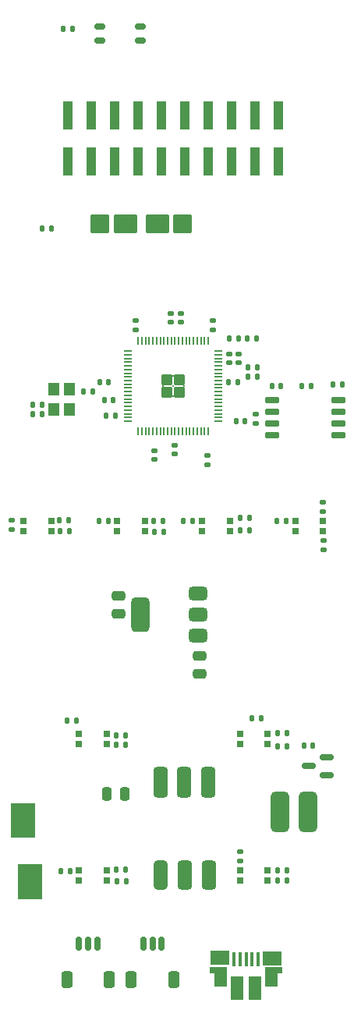
<source format=gbp>
G04 #@! TF.GenerationSoftware,KiCad,Pcbnew,8.0.4*
G04 #@! TF.CreationDate,2024-10-09T19:51:01+11:00*
G04 #@! TF.ProjectId,nokia,6e6f6b69-612e-46b6-9963-61645f706362,rev?*
G04 #@! TF.SameCoordinates,Original*
G04 #@! TF.FileFunction,Paste,Bot*
G04 #@! TF.FilePolarity,Positive*
%FSLAX46Y46*%
G04 Gerber Fmt 4.6, Leading zero omitted, Abs format (unit mm)*
G04 Created by KiCad (PCBNEW 8.0.4) date 2024-10-09 19:51:01*
%MOMM*%
%LPD*%
G01*
G04 APERTURE LIST*
G04 Aperture macros list*
%AMRoundRect*
0 Rectangle with rounded corners*
0 $1 Rounding radius*
0 $2 $3 $4 $5 $6 $7 $8 $9 X,Y pos of 4 corners*
0 Add a 4 corners polygon primitive as box body*
4,1,4,$2,$3,$4,$5,$6,$7,$8,$9,$2,$3,0*
0 Add four circle primitives for the rounded corners*
1,1,$1+$1,$2,$3*
1,1,$1+$1,$4,$5*
1,1,$1+$1,$6,$7*
1,1,$1+$1,$8,$9*
0 Add four rect primitives between the rounded corners*
20,1,$1+$1,$2,$3,$4,$5,0*
20,1,$1+$1,$4,$5,$6,$7,0*
20,1,$1+$1,$6,$7,$8,$9,0*
20,1,$1+$1,$8,$9,$2,$3,0*%
%AMFreePoly0*
4,1,17,1.239561,1.918663,1.288452,1.862240,1.300426,1.807198,1.300426,-1.628440,1.279392,-1.700074,1.222969,-1.748965,1.167927,-1.760939,-1.241481,-1.760939,-1.313115,-1.739905,-1.362006,-1.683482,-1.373980,-1.628440,-1.373980,1.807198,-1.352946,1.878832,-1.296523,1.927723,-1.241481,1.939697,1.167927,1.939697,1.239561,1.918663,1.239561,1.918663,$1*%
%AMFreePoly1*
4,1,21,1.481047,1.611465,1.529938,1.555042,1.541912,1.500000,1.541912,-2.069488,1.520878,-2.141122,1.464455,-2.190013,1.409413,-2.201987,-1.000000,-2.201987,-1.071634,-2.180953,-1.120525,-2.124530,-1.132499,-2.069488,-1.132499,-0.453074,-1.143000,-0.381000,-1.143000,0.381000,-1.132499,0.453074,-1.132499,1.500000,-1.111465,1.571634,-1.055042,1.620525,-1.000000,1.632499,1.409413,1.632499,
1.481047,1.611465,1.481047,1.611465,$1*%
G04 Aperture macros list end*
%ADD10RoundRect,0.250000X0.475000X-0.250000X0.475000X0.250000X-0.475000X0.250000X-0.475000X-0.250000X0*%
%ADD11RoundRect,0.150000X0.650000X0.150000X-0.650000X0.150000X-0.650000X-0.150000X0.650000X-0.150000X0*%
%ADD12RoundRect,0.135000X-0.135000X-0.185000X0.135000X-0.185000X0.135000X0.185000X-0.135000X0.185000X0*%
%ADD13RoundRect,0.135000X0.135000X0.185000X-0.135000X0.185000X-0.135000X-0.185000X0.135000X-0.185000X0*%
%ADD14RoundRect,0.150000X0.150000X0.625000X-0.150000X0.625000X-0.150000X-0.625000X0.150000X-0.625000X0*%
%ADD15RoundRect,0.250000X0.350000X0.650000X-0.350000X0.650000X-0.350000X-0.650000X0.350000X-0.650000X0*%
%ADD16RoundRect,0.140000X-0.140000X-0.170000X0.140000X-0.170000X0.140000X0.170000X-0.140000X0.170000X0*%
%ADD17R,0.800000X0.700000*%
%ADD18RoundRect,0.140000X0.170000X-0.140000X0.170000X0.140000X-0.170000X0.140000X-0.170000X-0.140000X0*%
%ADD19RoundRect,0.150000X0.587500X0.150000X-0.587500X0.150000X-0.587500X-0.150000X0.587500X-0.150000X0*%
%ADD20RoundRect,0.250000X-0.475000X0.250000X-0.475000X-0.250000X0.475000X-0.250000X0.475000X0.250000X0*%
%ADD21FreePoly0,180.000000*%
%ADD22FreePoly1,180.000000*%
%ADD23RoundRect,0.250000X0.350000X-0.350000X0.350000X0.350000X-0.350000X0.350000X-0.350000X-0.350000X0*%
%ADD24RoundRect,0.055000X-0.055000X-0.335000X0.055000X-0.335000X0.055000X0.335000X-0.055000X0.335000X0*%
%ADD25RoundRect,0.055000X0.335000X-0.055000X0.335000X0.055000X-0.335000X0.055000X-0.335000X-0.055000X0*%
%ADD26R,0.133333X0.133333*%
%ADD27RoundRect,0.100000X0.900000X0.900000X-0.900000X0.900000X-0.900000X-0.900000X0.900000X-0.900000X0*%
%ADD28RoundRect,0.100000X1.150000X0.900000X-1.150000X0.900000X-1.150000X-0.900000X1.150000X-0.900000X0*%
%ADD29RoundRect,0.140000X0.140000X0.170000X-0.140000X0.170000X-0.140000X-0.170000X0.140000X-0.170000X0*%
%ADD30RoundRect,0.135000X-0.185000X0.135000X-0.185000X-0.135000X0.185000X-0.135000X0.185000X0.135000X0*%
%ADD31RoundRect,0.140000X-0.170000X0.140000X-0.170000X-0.140000X0.170000X-0.140000X0.170000X0.140000X0*%
%ADD32RoundRect,0.150000X0.421500X0.150000X-0.421500X0.150000X-0.421500X-0.150000X0.421500X-0.150000X0*%
%ADD33RoundRect,0.150000X0.446500X0.150000X-0.446500X0.150000X-0.446500X-0.150000X0.446500X-0.150000X0*%
%ADD34RoundRect,0.375000X0.625000X0.375000X-0.625000X0.375000X-0.625000X-0.375000X0.625000X-0.375000X0*%
%ADD35RoundRect,0.500000X0.500000X1.400000X-0.500000X1.400000X-0.500000X-1.400000X0.500000X-1.400000X0*%
%ADD36RoundRect,0.390500X0.390500X-1.281000X0.390500X1.281000X-0.390500X1.281000X-0.390500X-1.281000X0*%
%ADD37RoundRect,0.390500X0.390500X-1.181000X0.390500X1.181000X-0.390500X1.181000X-0.390500X-1.181000X0*%
%ADD38RoundRect,0.400000X0.400000X-1.171500X0.400000X1.171500X-0.400000X1.171500X-0.400000X-1.171500X0*%
%ADD39RoundRect,0.381000X0.381000X-1.190500X0.381000X1.190500X-0.381000X1.190500X-0.381000X-1.190500X0*%
%ADD40R,1.000000X3.150000*%
%ADD41RoundRect,0.500000X0.500000X1.700000X-0.500000X1.700000X-0.500000X-1.700000X0.500000X-1.700000X0*%
%ADD42R,0.400000X1.650000*%
%ADD43R,1.825000X0.700000*%
%ADD44R,2.000000X1.500000*%
%ADD45R,1.350000X2.000000*%
%ADD46R,1.430000X2.500000*%
%ADD47RoundRect,0.250000X0.250000X0.475000X-0.250000X0.475000X-0.250000X-0.475000X0.250000X-0.475000X0*%
%ADD48RoundRect,0.135000X0.185000X-0.135000X0.185000X0.135000X-0.185000X0.135000X-0.185000X-0.135000X0*%
%ADD49RoundRect,0.147500X0.147500X0.172500X-0.147500X0.172500X-0.147500X-0.172500X0.147500X-0.172500X0*%
%ADD50R,1.200000X1.400000*%
G04 APERTURE END LIST*
D10*
X36575000Y-84875000D03*
X36575000Y-82975000D03*
D11*
X60400000Y-61725000D03*
X60400000Y-62995000D03*
X60400000Y-64265000D03*
X60400000Y-65535000D03*
X53200000Y-65535000D03*
X53200000Y-64265000D03*
X53200000Y-62995000D03*
X53200000Y-61725000D03*
D12*
X49790000Y-75825000D03*
X50810000Y-75825000D03*
D13*
X31545000Y-21400000D03*
X30525000Y-21400000D03*
D14*
X41250000Y-120750000D03*
X40250000Y-120750000D03*
X39250000Y-120750000D03*
D15*
X42550000Y-124625000D03*
X37950000Y-124625000D03*
D14*
X34250000Y-120750000D03*
X33250000Y-120750000D03*
X32250000Y-120750000D03*
D15*
X35550000Y-124625000D03*
X30950000Y-124625000D03*
D16*
X48520000Y-59800000D03*
X49480000Y-59800000D03*
D13*
X50760000Y-74525000D03*
X49740000Y-74525000D03*
D12*
X36390000Y-113950000D03*
X37410000Y-113950000D03*
D13*
X54860000Y-112775000D03*
X53840000Y-112775000D03*
D12*
X59880000Y-60050000D03*
X60900000Y-60050000D03*
X30280000Y-112875000D03*
X31300000Y-112875000D03*
D17*
X52750000Y-113887500D03*
X49750000Y-113887500D03*
X52750000Y-112787500D03*
X49750000Y-112787500D03*
D18*
X38400000Y-54080000D03*
X38400000Y-53120000D03*
D19*
X59125000Y-100500000D03*
X59125000Y-102400000D03*
X57250000Y-101450000D03*
D18*
X43325000Y-53250000D03*
X43325000Y-52290000D03*
D12*
X53840000Y-99300000D03*
X54860000Y-99300000D03*
D13*
X51620000Y-59200000D03*
X50600000Y-59200000D03*
D18*
X42200000Y-53235000D03*
X42200000Y-52275000D03*
D20*
X45375000Y-89525000D03*
X45375000Y-91425000D03*
D21*
X26178713Y-107300000D03*
D22*
X27178713Y-114300000D03*
D13*
X54835000Y-97850000D03*
X53815000Y-97850000D03*
D16*
X28295000Y-43100000D03*
X29255000Y-43100000D03*
D23*
X41796500Y-60900000D03*
X43196500Y-60900000D03*
X41796500Y-59500000D03*
X43196500Y-59500000D03*
D24*
X46296500Y-65096500D03*
X45896500Y-65096500D03*
X45496500Y-65096500D03*
X45096500Y-65096500D03*
X44696500Y-65096500D03*
X44296500Y-65096500D03*
X43896500Y-65096500D03*
X43496500Y-65096500D03*
X43096500Y-65096500D03*
X42696500Y-65096500D03*
X42296500Y-65096500D03*
X41896500Y-65096500D03*
X41496500Y-65096500D03*
X41096500Y-65096500D03*
X40696500Y-65096500D03*
X40296500Y-65096500D03*
X39896500Y-65096500D03*
X39496500Y-65096500D03*
X39096500Y-65096500D03*
X38696500Y-65096500D03*
D25*
X37600000Y-64000000D03*
X37600000Y-63600000D03*
X37600000Y-63200000D03*
X37600000Y-62800000D03*
X37600000Y-62400000D03*
X37600000Y-62000000D03*
X37600000Y-61600000D03*
X37600000Y-61200000D03*
X37600000Y-60800000D03*
X37600000Y-60400000D03*
X37600000Y-60000000D03*
X37600000Y-59600000D03*
X37600000Y-59200000D03*
X37600000Y-58800000D03*
X37600000Y-58400000D03*
X37600000Y-58000000D03*
X37600000Y-57600000D03*
X37600000Y-57200000D03*
X37600000Y-56800000D03*
X37600000Y-56400000D03*
D24*
X38696500Y-55303500D03*
X39096500Y-55303500D03*
X39496500Y-55303500D03*
X39896500Y-55303500D03*
X40296500Y-55303500D03*
X40696500Y-55303500D03*
X41096500Y-55303500D03*
X41496500Y-55303500D03*
X41896500Y-55303500D03*
X42296500Y-55303500D03*
X42696500Y-55303500D03*
X43096500Y-55303500D03*
X43496500Y-55303500D03*
X43896500Y-55303500D03*
X44296500Y-55303500D03*
X44696500Y-55303500D03*
X45096500Y-55303500D03*
X45496500Y-55303500D03*
X45896500Y-55303500D03*
X46296500Y-55303500D03*
D25*
X47393000Y-56400000D03*
X47393000Y-56800000D03*
X47393000Y-57200000D03*
X47393000Y-57600000D03*
X47393000Y-58000000D03*
X47393000Y-58400000D03*
X47393000Y-58800000D03*
X47393000Y-59200000D03*
X47393000Y-59600000D03*
X47393000Y-60000000D03*
X47393000Y-60400000D03*
X47393000Y-60800000D03*
X47393000Y-61200000D03*
X47393000Y-61600000D03*
X47393000Y-62000000D03*
X47393000Y-62400000D03*
X47393000Y-62800000D03*
X47393000Y-63200000D03*
X47393000Y-63600000D03*
X47393000Y-64000000D03*
D26*
X41363167Y-61333333D03*
X42496500Y-61333333D03*
X43629833Y-61333333D03*
X41363167Y-60200000D03*
X42496500Y-60200000D03*
X43629833Y-60200000D03*
X41363167Y-59066667D03*
X42496500Y-59066667D03*
X43629833Y-59066667D03*
D17*
X35250000Y-113887500D03*
X32250000Y-113887500D03*
X35250000Y-112787500D03*
X32250000Y-112787500D03*
X48625000Y-75900000D03*
X45625000Y-75900000D03*
X48625000Y-74800000D03*
X45625000Y-74800000D03*
X52750000Y-99050000D03*
X49750000Y-99050000D03*
X52750000Y-97950000D03*
X49750000Y-97950000D03*
X35250000Y-99050000D03*
X32250000Y-99050000D03*
X35250000Y-97950000D03*
X32250000Y-97950000D03*
D27*
X43538102Y-42600000D03*
D28*
X40788102Y-42600000D03*
X37288102Y-42600000D03*
D27*
X34538102Y-42600000D03*
D13*
X41410000Y-74850000D03*
X40390000Y-74850000D03*
D12*
X34415000Y-74825000D03*
X35435000Y-74825000D03*
D16*
X49325000Y-64025000D03*
X50285000Y-64025000D03*
D17*
X39400000Y-75900000D03*
X36400000Y-75900000D03*
X39400000Y-74800000D03*
X36400000Y-74800000D03*
D29*
X49560000Y-55000000D03*
X48600000Y-55000000D03*
D13*
X52060000Y-96250000D03*
X51040000Y-96250000D03*
D16*
X53240000Y-60225000D03*
X54200000Y-60225000D03*
D12*
X40415000Y-76025000D03*
X41435000Y-76025000D03*
D18*
X48600000Y-57680000D03*
X48600000Y-56720000D03*
D12*
X36305000Y-99150000D03*
X37325000Y-99150000D03*
D29*
X36200000Y-63400000D03*
X35240000Y-63400000D03*
D30*
X51475000Y-63225000D03*
X51475000Y-64245000D03*
D31*
X40475000Y-67190000D03*
X40475000Y-68150000D03*
D30*
X58750000Y-72815000D03*
X58750000Y-73835000D03*
D32*
X38928500Y-21200000D03*
D33*
X34546500Y-21200000D03*
D32*
X38928500Y-22700000D03*
D33*
X34550000Y-22700000D03*
D29*
X28230000Y-62250000D03*
X27270000Y-62250000D03*
D12*
X31005000Y-96475000D03*
X32025000Y-96475000D03*
D29*
X28230000Y-63250000D03*
X27270000Y-63250000D03*
D13*
X33760000Y-60750000D03*
X32740000Y-60750000D03*
D34*
X45225000Y-82725000D03*
X45225000Y-85025000D03*
D35*
X38925000Y-85025000D03*
D34*
X45225000Y-87325000D03*
D29*
X35980000Y-61675000D03*
X35020000Y-61675000D03*
D13*
X37335000Y-98150000D03*
X36315000Y-98150000D03*
D36*
X46300000Y-103200000D03*
X43700000Y-103200000D03*
X41100000Y-103200000D03*
D37*
X46338000Y-113243000D03*
D38*
X43719000Y-113243000D03*
D39*
X41119000Y-113243000D03*
D18*
X46800000Y-54080000D03*
X46800000Y-53120000D03*
D17*
X58775000Y-75900000D03*
X55775000Y-75900000D03*
X58775000Y-74800000D03*
X55775000Y-74800000D03*
D18*
X49600000Y-57680000D03*
X49600000Y-56720000D03*
D13*
X51620000Y-58200000D03*
X50600000Y-58200000D03*
D30*
X58800000Y-76915000D03*
X58800000Y-77935000D03*
D29*
X35480000Y-59800000D03*
X34520000Y-59800000D03*
D13*
X51510000Y-55000000D03*
X50490000Y-55000000D03*
D30*
X49775000Y-110705000D03*
X49775000Y-111725000D03*
D40*
X31045000Y-30775000D03*
X31045000Y-35825000D03*
X33585000Y-30775000D03*
X33585000Y-35825000D03*
X36125000Y-30775000D03*
X36125000Y-35825000D03*
X38665000Y-30775000D03*
X38665000Y-35825000D03*
X41205000Y-30775000D03*
X41205000Y-35825000D03*
X43745000Y-30775000D03*
X43745000Y-35825000D03*
X46285000Y-30775000D03*
X46285000Y-35825000D03*
X48825000Y-30775000D03*
X48825000Y-35825000D03*
X51365000Y-30775000D03*
X51365000Y-35825000D03*
X53905000Y-30775000D03*
X53905000Y-35825000D03*
D41*
X54100000Y-106400000D03*
X57100000Y-106400000D03*
D12*
X53715000Y-74800000D03*
X54735000Y-74800000D03*
X56430000Y-60150000D03*
X57450000Y-60150000D03*
D42*
X51725000Y-122400000D03*
X51075000Y-122400000D03*
X50425000Y-122400000D03*
X49775000Y-122400000D03*
X49125000Y-122400000D03*
D43*
X53375000Y-123600000D03*
D44*
X53275000Y-122300000D03*
D45*
X53155000Y-124350000D03*
D46*
X51385000Y-125550000D03*
X49465000Y-125550000D03*
D45*
X47675000Y-124350000D03*
D44*
X47525000Y-122280000D03*
D43*
X47425000Y-123600000D03*
D47*
X37225000Y-104450000D03*
X35325000Y-104450000D03*
D12*
X53865000Y-113875000D03*
X54885000Y-113875000D03*
D48*
X24925000Y-75795000D03*
X24925000Y-74775000D03*
D31*
X46225000Y-67745000D03*
X46225000Y-68705000D03*
D49*
X57670000Y-99200000D03*
X56700000Y-99200000D03*
D12*
X43565000Y-74800000D03*
X44585000Y-74800000D03*
X30190000Y-75950000D03*
X31210000Y-75950000D03*
D13*
X31160000Y-74775000D03*
X30140000Y-74775000D03*
D17*
X29250000Y-75900000D03*
X26250000Y-75900000D03*
X29250000Y-74800000D03*
X26250000Y-74800000D03*
D50*
X29550000Y-62700000D03*
X29550000Y-60500000D03*
X31250000Y-60500000D03*
X31250000Y-62700000D03*
D13*
X37360000Y-112725000D03*
X36340000Y-112725000D03*
D31*
X42625000Y-66600000D03*
X42625000Y-67560000D03*
M02*

</source>
